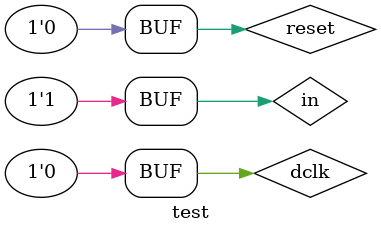
<source format=sv>
module test;
  
  reg dclk;
  reg in;
  reg reset;
  wire out;
  wire d;
  wire e;

  

  
  p1c1 P1C1(.in(in), .out(out), .d(d), .reset(reset), .e(e), .clk(dclk));
            
  initial begin
    $dumpfile("dump.vcd");
    $dumpvars(1);
   	in = 0; dclk = 0; reset = 0;
    
    #1 reset = 1; #1 reset = 0;
    in = 0; #1 dclk = 1; #5 dclk = 0; #5;
    in = 1; #1 dclk = 1; #5 dclk = 0; #5;
    in = 1; #1 dclk = 1; #5 dclk = 0; #5;
    in = 0; #1 dclk = 1; #5 dclk = 0; #5;
    in = 1; #1 dclk = 1; #5 dclk = 0; #5;
    in = 0; #1 dclk = 1; #5 dclk = 0; #5;
    in = 0; #1 dclk = 1; #5 dclk = 0; #5;
    in = 1; #1 dclk = 1; #5 dclk = 0; #5;
    reset = 1; #5; reset = 0;
    in = 1; #1 dclk = 1; #5 dclk = 0; #5;
    
  end
  
endmodule
</source>
